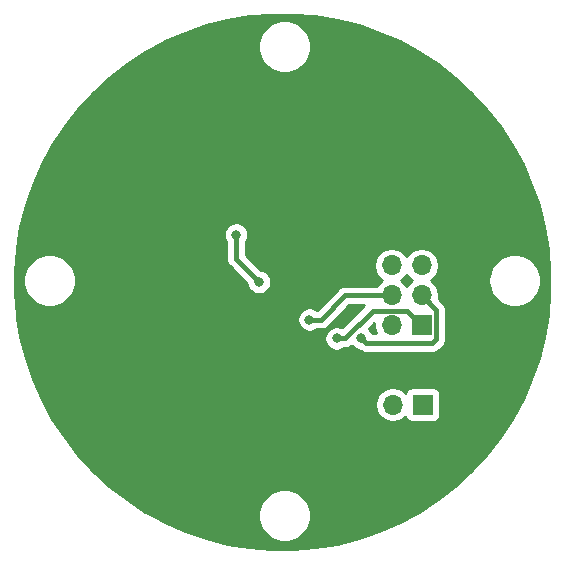
<source format=gbr>
G04 #@! TF.GenerationSoftware,KiCad,Pcbnew,(5.1.8-0-10_14)*
G04 #@! TF.CreationDate,2021-10-06T14:58:47+02:00*
G04 #@! TF.ProjectId,ATmega328P-Barebone,41546d65-6761-4333-9238-502d42617265,rev?*
G04 #@! TF.SameCoordinates,Original*
G04 #@! TF.FileFunction,Copper,L2,Bot*
G04 #@! TF.FilePolarity,Positive*
%FSLAX46Y46*%
G04 Gerber Fmt 4.6, Leading zero omitted, Abs format (unit mm)*
G04 Created by KiCad (PCBNEW (5.1.8-0-10_14)) date 2021-10-06 14:58:47*
%MOMM*%
%LPD*%
G01*
G04 APERTURE LIST*
G04 #@! TA.AperFunction,ComponentPad*
%ADD10O,1.700000X1.700000*%
G04 #@! TD*
G04 #@! TA.AperFunction,ComponentPad*
%ADD11R,1.700000X1.700000*%
G04 #@! TD*
G04 #@! TA.AperFunction,ViaPad*
%ADD12C,0.800000*%
G04 #@! TD*
G04 #@! TA.AperFunction,Conductor*
%ADD13C,0.400000*%
G04 #@! TD*
G04 #@! TA.AperFunction,NonConductor*
%ADD14C,0.254000*%
G04 #@! TD*
G04 #@! TA.AperFunction,NonConductor*
%ADD15C,0.100000*%
G04 #@! TD*
G04 APERTURE END LIST*
D10*
X165860000Y-70720000D03*
X168400000Y-70720000D03*
X165860000Y-73260000D03*
X168400000Y-73260000D03*
X165860000Y-75800000D03*
D11*
X168400000Y-75800000D03*
D10*
X165960000Y-82500000D03*
D11*
X168500000Y-82500000D03*
D12*
X152700000Y-68100000D03*
X154628910Y-72100010D03*
X158900000Y-75300000D03*
X163300000Y-76900000D03*
X161200000Y-76900000D03*
D13*
X152700000Y-70171100D02*
X154628910Y-72100010D01*
X152700000Y-68100000D02*
X152700000Y-70171100D01*
X161940000Y-73260000D02*
X165860000Y-73260000D01*
X159900000Y-75300000D02*
X161940000Y-73260000D01*
X158900000Y-75300000D02*
X159900000Y-75300000D01*
X169650001Y-74510001D02*
X168400000Y-73260000D01*
X169650001Y-76970001D02*
X169650001Y-74510001D01*
X169320003Y-77299999D02*
X169650001Y-76970001D01*
X163699999Y-77299999D02*
X169320003Y-77299999D01*
X163300000Y-76900000D02*
X163699999Y-77299999D01*
X167149999Y-74549999D02*
X168400000Y-75800000D01*
X164250001Y-74549999D02*
X167149999Y-74549999D01*
X161900000Y-76900000D02*
X164250001Y-74549999D01*
X161200000Y-76900000D02*
X161900000Y-76900000D01*
D14*
X159401357Y-49626197D02*
X161247660Y-49934291D01*
X163062216Y-50393799D01*
X164832628Y-51001582D01*
X166546803Y-51753489D01*
X168193031Y-52644383D01*
X169760067Y-53668179D01*
X171237207Y-54817883D01*
X172614359Y-56085641D01*
X173882117Y-57462793D01*
X175031821Y-58939933D01*
X176055617Y-60506969D01*
X176946511Y-62153197D01*
X177698418Y-63867372D01*
X178306201Y-65637784D01*
X178765709Y-67452340D01*
X179073803Y-69298643D01*
X179228377Y-71164083D01*
X179228377Y-73035917D01*
X179073803Y-74901357D01*
X178765709Y-76747660D01*
X178306201Y-78562216D01*
X177698418Y-80332628D01*
X176946511Y-82046803D01*
X176055617Y-83693031D01*
X175031821Y-85260067D01*
X173882117Y-86737207D01*
X172614359Y-88114359D01*
X171237207Y-89382117D01*
X169760067Y-90531821D01*
X168193031Y-91555617D01*
X166546803Y-92446511D01*
X164832628Y-93198418D01*
X163062216Y-93806201D01*
X161247660Y-94265709D01*
X159401357Y-94573803D01*
X157535917Y-94728377D01*
X155664083Y-94728377D01*
X153798643Y-94573803D01*
X151952340Y-94265709D01*
X150137784Y-93806201D01*
X148367372Y-93198418D01*
X146653197Y-92446511D01*
X145236573Y-91679872D01*
X154565000Y-91679872D01*
X154565000Y-92120128D01*
X154650890Y-92551925D01*
X154819369Y-92958669D01*
X155063962Y-93324729D01*
X155375271Y-93636038D01*
X155741331Y-93880631D01*
X156148075Y-94049110D01*
X156579872Y-94135000D01*
X157020128Y-94135000D01*
X157451925Y-94049110D01*
X157858669Y-93880631D01*
X158224729Y-93636038D01*
X158536038Y-93324729D01*
X158780631Y-92958669D01*
X158949110Y-92551925D01*
X159035000Y-92120128D01*
X159035000Y-91679872D01*
X158949110Y-91248075D01*
X158780631Y-90841331D01*
X158536038Y-90475271D01*
X158224729Y-90163962D01*
X157858669Y-89919369D01*
X157451925Y-89750890D01*
X157020128Y-89665000D01*
X156579872Y-89665000D01*
X156148075Y-89750890D01*
X155741331Y-89919369D01*
X155375271Y-90163962D01*
X155063962Y-90475271D01*
X154819369Y-90841331D01*
X154650890Y-91248075D01*
X154565000Y-91679872D01*
X145236573Y-91679872D01*
X145006969Y-91555617D01*
X143439933Y-90531821D01*
X141962793Y-89382117D01*
X140585641Y-88114359D01*
X139317883Y-86737207D01*
X138168179Y-85260067D01*
X137144383Y-83693031D01*
X136419595Y-82353740D01*
X164475000Y-82353740D01*
X164475000Y-82646260D01*
X164532068Y-82933158D01*
X164644010Y-83203411D01*
X164806525Y-83446632D01*
X165013368Y-83653475D01*
X165256589Y-83815990D01*
X165526842Y-83927932D01*
X165813740Y-83985000D01*
X166106260Y-83985000D01*
X166393158Y-83927932D01*
X166663411Y-83815990D01*
X166906632Y-83653475D01*
X167038487Y-83521620D01*
X167060498Y-83594180D01*
X167119463Y-83704494D01*
X167198815Y-83801185D01*
X167295506Y-83880537D01*
X167405820Y-83939502D01*
X167525518Y-83975812D01*
X167650000Y-83988072D01*
X169350000Y-83988072D01*
X169474482Y-83975812D01*
X169594180Y-83939502D01*
X169704494Y-83880537D01*
X169801185Y-83801185D01*
X169880537Y-83704494D01*
X169939502Y-83594180D01*
X169975812Y-83474482D01*
X169988072Y-83350000D01*
X169988072Y-81650000D01*
X169975812Y-81525518D01*
X169939502Y-81405820D01*
X169880537Y-81295506D01*
X169801185Y-81198815D01*
X169704494Y-81119463D01*
X169594180Y-81060498D01*
X169474482Y-81024188D01*
X169350000Y-81011928D01*
X167650000Y-81011928D01*
X167525518Y-81024188D01*
X167405820Y-81060498D01*
X167295506Y-81119463D01*
X167198815Y-81198815D01*
X167119463Y-81295506D01*
X167060498Y-81405820D01*
X167038487Y-81478380D01*
X166906632Y-81346525D01*
X166663411Y-81184010D01*
X166393158Y-81072068D01*
X166106260Y-81015000D01*
X165813740Y-81015000D01*
X165526842Y-81072068D01*
X165256589Y-81184010D01*
X165013368Y-81346525D01*
X164806525Y-81553368D01*
X164644010Y-81796589D01*
X164532068Y-82066842D01*
X164475000Y-82353740D01*
X136419595Y-82353740D01*
X136253489Y-82046803D01*
X135501582Y-80332628D01*
X134893799Y-78562216D01*
X134434291Y-76747660D01*
X134175709Y-75198061D01*
X157865000Y-75198061D01*
X157865000Y-75401939D01*
X157904774Y-75601898D01*
X157982795Y-75790256D01*
X158096063Y-75959774D01*
X158240226Y-76103937D01*
X158409744Y-76217205D01*
X158598102Y-76295226D01*
X158798061Y-76335000D01*
X159001939Y-76335000D01*
X159201898Y-76295226D01*
X159390256Y-76217205D01*
X159513285Y-76135000D01*
X159858982Y-76135000D01*
X159900000Y-76139040D01*
X159941018Y-76135000D01*
X159941019Y-76135000D01*
X160063689Y-76122918D01*
X160221087Y-76075172D01*
X160366146Y-75997636D01*
X160493291Y-75893291D01*
X160519446Y-75861421D01*
X162285869Y-74095000D01*
X163524132Y-74095000D01*
X161652130Y-75967003D01*
X161501898Y-75904774D01*
X161301939Y-75865000D01*
X161098061Y-75865000D01*
X160898102Y-75904774D01*
X160709744Y-75982795D01*
X160540226Y-76096063D01*
X160396063Y-76240226D01*
X160282795Y-76409744D01*
X160204774Y-76598102D01*
X160165000Y-76798061D01*
X160165000Y-77001939D01*
X160204774Y-77201898D01*
X160282795Y-77390256D01*
X160396063Y-77559774D01*
X160540226Y-77703937D01*
X160709744Y-77817205D01*
X160898102Y-77895226D01*
X161098061Y-77935000D01*
X161301939Y-77935000D01*
X161501898Y-77895226D01*
X161690256Y-77817205D01*
X161813285Y-77735000D01*
X161858982Y-77735000D01*
X161900000Y-77739040D01*
X161941018Y-77735000D01*
X161941019Y-77735000D01*
X162063689Y-77722918D01*
X162221087Y-77675172D01*
X162366146Y-77597636D01*
X162466391Y-77515367D01*
X162496063Y-77559774D01*
X162640226Y-77703937D01*
X162809744Y-77817205D01*
X162998102Y-77895226D01*
X163144566Y-77924359D01*
X163233853Y-77997635D01*
X163378912Y-78075171D01*
X163536310Y-78122917D01*
X163699998Y-78139039D01*
X163741017Y-78134999D01*
X169278985Y-78134999D01*
X169320003Y-78139039D01*
X169361021Y-78134999D01*
X169361022Y-78134999D01*
X169483692Y-78122917D01*
X169641090Y-78075171D01*
X169786149Y-77997635D01*
X169913294Y-77893290D01*
X169939448Y-77861421D01*
X170211428Y-77589442D01*
X170243292Y-77563292D01*
X170347637Y-77436147D01*
X170425173Y-77291088D01*
X170472919Y-77133690D01*
X170485001Y-77011020D01*
X170485001Y-77011019D01*
X170489041Y-76970001D01*
X170485001Y-76928983D01*
X170485001Y-74551008D01*
X170489040Y-74510000D01*
X170485001Y-74468992D01*
X170485001Y-74468982D01*
X170472919Y-74346312D01*
X170425173Y-74188914D01*
X170347637Y-74043855D01*
X170243292Y-73916710D01*
X170211427Y-73890559D01*
X169858807Y-73537939D01*
X169885000Y-73406260D01*
X169885000Y-73113740D01*
X169827932Y-72826842D01*
X169715990Y-72556589D01*
X169553475Y-72313368D01*
X169346632Y-72106525D01*
X169172240Y-71990000D01*
X169346632Y-71873475D01*
X169440235Y-71779872D01*
X174065000Y-71779872D01*
X174065000Y-72220128D01*
X174150890Y-72651925D01*
X174319369Y-73058669D01*
X174563962Y-73424729D01*
X174875271Y-73736038D01*
X175241331Y-73980631D01*
X175648075Y-74149110D01*
X176079872Y-74235000D01*
X176520128Y-74235000D01*
X176951925Y-74149110D01*
X177358669Y-73980631D01*
X177724729Y-73736038D01*
X178036038Y-73424729D01*
X178280631Y-73058669D01*
X178449110Y-72651925D01*
X178535000Y-72220128D01*
X178535000Y-71779872D01*
X178449110Y-71348075D01*
X178280631Y-70941331D01*
X178036038Y-70575271D01*
X177724729Y-70263962D01*
X177358669Y-70019369D01*
X176951925Y-69850890D01*
X176520128Y-69765000D01*
X176079872Y-69765000D01*
X175648075Y-69850890D01*
X175241331Y-70019369D01*
X174875271Y-70263962D01*
X174563962Y-70575271D01*
X174319369Y-70941331D01*
X174150890Y-71348075D01*
X174065000Y-71779872D01*
X169440235Y-71779872D01*
X169553475Y-71666632D01*
X169715990Y-71423411D01*
X169827932Y-71153158D01*
X169885000Y-70866260D01*
X169885000Y-70573740D01*
X169827932Y-70286842D01*
X169715990Y-70016589D01*
X169553475Y-69773368D01*
X169346632Y-69566525D01*
X169103411Y-69404010D01*
X168833158Y-69292068D01*
X168546260Y-69235000D01*
X168253740Y-69235000D01*
X167966842Y-69292068D01*
X167696589Y-69404010D01*
X167453368Y-69566525D01*
X167246525Y-69773368D01*
X167130000Y-69947760D01*
X167013475Y-69773368D01*
X166806632Y-69566525D01*
X166563411Y-69404010D01*
X166293158Y-69292068D01*
X166006260Y-69235000D01*
X165713740Y-69235000D01*
X165426842Y-69292068D01*
X165156589Y-69404010D01*
X164913368Y-69566525D01*
X164706525Y-69773368D01*
X164544010Y-70016589D01*
X164432068Y-70286842D01*
X164375000Y-70573740D01*
X164375000Y-70866260D01*
X164432068Y-71153158D01*
X164544010Y-71423411D01*
X164706525Y-71666632D01*
X164913368Y-71873475D01*
X165087760Y-71990000D01*
X164913368Y-72106525D01*
X164706525Y-72313368D01*
X164631935Y-72425000D01*
X161981018Y-72425000D01*
X161940000Y-72420960D01*
X161898982Y-72425000D01*
X161898981Y-72425000D01*
X161776311Y-72437082D01*
X161618913Y-72484828D01*
X161473854Y-72562364D01*
X161346709Y-72666709D01*
X161320563Y-72698568D01*
X159554133Y-74465000D01*
X159513285Y-74465000D01*
X159390256Y-74382795D01*
X159201898Y-74304774D01*
X159001939Y-74265000D01*
X158798061Y-74265000D01*
X158598102Y-74304774D01*
X158409744Y-74382795D01*
X158240226Y-74496063D01*
X158096063Y-74640226D01*
X157982795Y-74809744D01*
X157904774Y-74998102D01*
X157865000Y-75198061D01*
X134175709Y-75198061D01*
X134126197Y-74901357D01*
X133971623Y-73035917D01*
X133971623Y-71779872D01*
X134665000Y-71779872D01*
X134665000Y-72220128D01*
X134750890Y-72651925D01*
X134919369Y-73058669D01*
X135163962Y-73424729D01*
X135475271Y-73736038D01*
X135841331Y-73980631D01*
X136248075Y-74149110D01*
X136679872Y-74235000D01*
X137120128Y-74235000D01*
X137551925Y-74149110D01*
X137958669Y-73980631D01*
X138324729Y-73736038D01*
X138636038Y-73424729D01*
X138880631Y-73058669D01*
X139049110Y-72651925D01*
X139135000Y-72220128D01*
X139135000Y-71779872D01*
X139049110Y-71348075D01*
X138880631Y-70941331D01*
X138636038Y-70575271D01*
X138324729Y-70263962D01*
X137958669Y-70019369D01*
X137551925Y-69850890D01*
X137120128Y-69765000D01*
X136679872Y-69765000D01*
X136248075Y-69850890D01*
X135841331Y-70019369D01*
X135475271Y-70263962D01*
X135163962Y-70575271D01*
X134919369Y-70941331D01*
X134750890Y-71348075D01*
X134665000Y-71779872D01*
X133971623Y-71779872D01*
X133971623Y-71164083D01*
X134126197Y-69298643D01*
X134343226Y-67998061D01*
X151665000Y-67998061D01*
X151665000Y-68201939D01*
X151704774Y-68401898D01*
X151782795Y-68590256D01*
X151865000Y-68713285D01*
X151865001Y-70130072D01*
X151860960Y-70171100D01*
X151877082Y-70334788D01*
X151924828Y-70492186D01*
X152002364Y-70637245D01*
X152002365Y-70637246D01*
X152106710Y-70764391D01*
X152138574Y-70790541D01*
X153604818Y-72256786D01*
X153633684Y-72401908D01*
X153711705Y-72590266D01*
X153824973Y-72759784D01*
X153969136Y-72903947D01*
X154138654Y-73017215D01*
X154327012Y-73095236D01*
X154526971Y-73135010D01*
X154730849Y-73135010D01*
X154930808Y-73095236D01*
X155119166Y-73017215D01*
X155288684Y-72903947D01*
X155432847Y-72759784D01*
X155546115Y-72590266D01*
X155624136Y-72401908D01*
X155663910Y-72201949D01*
X155663910Y-71998071D01*
X155624136Y-71798112D01*
X155546115Y-71609754D01*
X155432847Y-71440236D01*
X155288684Y-71296073D01*
X155119166Y-71182805D01*
X154930808Y-71104784D01*
X154785686Y-71075918D01*
X153535000Y-69825233D01*
X153535000Y-68713285D01*
X153617205Y-68590256D01*
X153695226Y-68401898D01*
X153735000Y-68201939D01*
X153735000Y-67998061D01*
X153695226Y-67798102D01*
X153617205Y-67609744D01*
X153503937Y-67440226D01*
X153359774Y-67296063D01*
X153190256Y-67182795D01*
X153001898Y-67104774D01*
X152801939Y-67065000D01*
X152598061Y-67065000D01*
X152398102Y-67104774D01*
X152209744Y-67182795D01*
X152040226Y-67296063D01*
X151896063Y-67440226D01*
X151782795Y-67609744D01*
X151704774Y-67798102D01*
X151665000Y-67998061D01*
X134343226Y-67998061D01*
X134434291Y-67452340D01*
X134893799Y-65637784D01*
X135501582Y-63867372D01*
X136253489Y-62153197D01*
X137144383Y-60506969D01*
X138168179Y-58939933D01*
X139317883Y-57462793D01*
X140585641Y-56085641D01*
X141962793Y-54817883D01*
X143439933Y-53668179D01*
X145006969Y-52644383D01*
X146234877Y-51979872D01*
X154565000Y-51979872D01*
X154565000Y-52420128D01*
X154650890Y-52851925D01*
X154819369Y-53258669D01*
X155063962Y-53624729D01*
X155375271Y-53936038D01*
X155741331Y-54180631D01*
X156148075Y-54349110D01*
X156579872Y-54435000D01*
X157020128Y-54435000D01*
X157451925Y-54349110D01*
X157858669Y-54180631D01*
X158224729Y-53936038D01*
X158536038Y-53624729D01*
X158780631Y-53258669D01*
X158949110Y-52851925D01*
X159035000Y-52420128D01*
X159035000Y-51979872D01*
X158949110Y-51548075D01*
X158780631Y-51141331D01*
X158536038Y-50775271D01*
X158224729Y-50463962D01*
X157858669Y-50219369D01*
X157451925Y-50050890D01*
X157020128Y-49965000D01*
X156579872Y-49965000D01*
X156148075Y-50050890D01*
X155741331Y-50219369D01*
X155375271Y-50463962D01*
X155063962Y-50775271D01*
X154819369Y-51141331D01*
X154650890Y-51548075D01*
X154565000Y-51979872D01*
X146234877Y-51979872D01*
X146653197Y-51753489D01*
X148367372Y-51001582D01*
X150137784Y-50393799D01*
X151952340Y-49934291D01*
X153798643Y-49626197D01*
X155664083Y-49471623D01*
X157535917Y-49471623D01*
X159401357Y-49626197D01*
G04 #@! TA.AperFunction,NonConductor*
D15*
G36*
X159401357Y-49626197D02*
G01*
X161247660Y-49934291D01*
X163062216Y-50393799D01*
X164832628Y-51001582D01*
X166546803Y-51753489D01*
X168193031Y-52644383D01*
X169760067Y-53668179D01*
X171237207Y-54817883D01*
X172614359Y-56085641D01*
X173882117Y-57462793D01*
X175031821Y-58939933D01*
X176055617Y-60506969D01*
X176946511Y-62153197D01*
X177698418Y-63867372D01*
X178306201Y-65637784D01*
X178765709Y-67452340D01*
X179073803Y-69298643D01*
X179228377Y-71164083D01*
X179228377Y-73035917D01*
X179073803Y-74901357D01*
X178765709Y-76747660D01*
X178306201Y-78562216D01*
X177698418Y-80332628D01*
X176946511Y-82046803D01*
X176055617Y-83693031D01*
X175031821Y-85260067D01*
X173882117Y-86737207D01*
X172614359Y-88114359D01*
X171237207Y-89382117D01*
X169760067Y-90531821D01*
X168193031Y-91555617D01*
X166546803Y-92446511D01*
X164832628Y-93198418D01*
X163062216Y-93806201D01*
X161247660Y-94265709D01*
X159401357Y-94573803D01*
X157535917Y-94728377D01*
X155664083Y-94728377D01*
X153798643Y-94573803D01*
X151952340Y-94265709D01*
X150137784Y-93806201D01*
X148367372Y-93198418D01*
X146653197Y-92446511D01*
X145236573Y-91679872D01*
X154565000Y-91679872D01*
X154565000Y-92120128D01*
X154650890Y-92551925D01*
X154819369Y-92958669D01*
X155063962Y-93324729D01*
X155375271Y-93636038D01*
X155741331Y-93880631D01*
X156148075Y-94049110D01*
X156579872Y-94135000D01*
X157020128Y-94135000D01*
X157451925Y-94049110D01*
X157858669Y-93880631D01*
X158224729Y-93636038D01*
X158536038Y-93324729D01*
X158780631Y-92958669D01*
X158949110Y-92551925D01*
X159035000Y-92120128D01*
X159035000Y-91679872D01*
X158949110Y-91248075D01*
X158780631Y-90841331D01*
X158536038Y-90475271D01*
X158224729Y-90163962D01*
X157858669Y-89919369D01*
X157451925Y-89750890D01*
X157020128Y-89665000D01*
X156579872Y-89665000D01*
X156148075Y-89750890D01*
X155741331Y-89919369D01*
X155375271Y-90163962D01*
X155063962Y-90475271D01*
X154819369Y-90841331D01*
X154650890Y-91248075D01*
X154565000Y-91679872D01*
X145236573Y-91679872D01*
X145006969Y-91555617D01*
X143439933Y-90531821D01*
X141962793Y-89382117D01*
X140585641Y-88114359D01*
X139317883Y-86737207D01*
X138168179Y-85260067D01*
X137144383Y-83693031D01*
X136419595Y-82353740D01*
X164475000Y-82353740D01*
X164475000Y-82646260D01*
X164532068Y-82933158D01*
X164644010Y-83203411D01*
X164806525Y-83446632D01*
X165013368Y-83653475D01*
X165256589Y-83815990D01*
X165526842Y-83927932D01*
X165813740Y-83985000D01*
X166106260Y-83985000D01*
X166393158Y-83927932D01*
X166663411Y-83815990D01*
X166906632Y-83653475D01*
X167038487Y-83521620D01*
X167060498Y-83594180D01*
X167119463Y-83704494D01*
X167198815Y-83801185D01*
X167295506Y-83880537D01*
X167405820Y-83939502D01*
X167525518Y-83975812D01*
X167650000Y-83988072D01*
X169350000Y-83988072D01*
X169474482Y-83975812D01*
X169594180Y-83939502D01*
X169704494Y-83880537D01*
X169801185Y-83801185D01*
X169880537Y-83704494D01*
X169939502Y-83594180D01*
X169975812Y-83474482D01*
X169988072Y-83350000D01*
X169988072Y-81650000D01*
X169975812Y-81525518D01*
X169939502Y-81405820D01*
X169880537Y-81295506D01*
X169801185Y-81198815D01*
X169704494Y-81119463D01*
X169594180Y-81060498D01*
X169474482Y-81024188D01*
X169350000Y-81011928D01*
X167650000Y-81011928D01*
X167525518Y-81024188D01*
X167405820Y-81060498D01*
X167295506Y-81119463D01*
X167198815Y-81198815D01*
X167119463Y-81295506D01*
X167060498Y-81405820D01*
X167038487Y-81478380D01*
X166906632Y-81346525D01*
X166663411Y-81184010D01*
X166393158Y-81072068D01*
X166106260Y-81015000D01*
X165813740Y-81015000D01*
X165526842Y-81072068D01*
X165256589Y-81184010D01*
X165013368Y-81346525D01*
X164806525Y-81553368D01*
X164644010Y-81796589D01*
X164532068Y-82066842D01*
X164475000Y-82353740D01*
X136419595Y-82353740D01*
X136253489Y-82046803D01*
X135501582Y-80332628D01*
X134893799Y-78562216D01*
X134434291Y-76747660D01*
X134175709Y-75198061D01*
X157865000Y-75198061D01*
X157865000Y-75401939D01*
X157904774Y-75601898D01*
X157982795Y-75790256D01*
X158096063Y-75959774D01*
X158240226Y-76103937D01*
X158409744Y-76217205D01*
X158598102Y-76295226D01*
X158798061Y-76335000D01*
X159001939Y-76335000D01*
X159201898Y-76295226D01*
X159390256Y-76217205D01*
X159513285Y-76135000D01*
X159858982Y-76135000D01*
X159900000Y-76139040D01*
X159941018Y-76135000D01*
X159941019Y-76135000D01*
X160063689Y-76122918D01*
X160221087Y-76075172D01*
X160366146Y-75997636D01*
X160493291Y-75893291D01*
X160519446Y-75861421D01*
X162285869Y-74095000D01*
X163524132Y-74095000D01*
X161652130Y-75967003D01*
X161501898Y-75904774D01*
X161301939Y-75865000D01*
X161098061Y-75865000D01*
X160898102Y-75904774D01*
X160709744Y-75982795D01*
X160540226Y-76096063D01*
X160396063Y-76240226D01*
X160282795Y-76409744D01*
X160204774Y-76598102D01*
X160165000Y-76798061D01*
X160165000Y-77001939D01*
X160204774Y-77201898D01*
X160282795Y-77390256D01*
X160396063Y-77559774D01*
X160540226Y-77703937D01*
X160709744Y-77817205D01*
X160898102Y-77895226D01*
X161098061Y-77935000D01*
X161301939Y-77935000D01*
X161501898Y-77895226D01*
X161690256Y-77817205D01*
X161813285Y-77735000D01*
X161858982Y-77735000D01*
X161900000Y-77739040D01*
X161941018Y-77735000D01*
X161941019Y-77735000D01*
X162063689Y-77722918D01*
X162221087Y-77675172D01*
X162366146Y-77597636D01*
X162466391Y-77515367D01*
X162496063Y-77559774D01*
X162640226Y-77703937D01*
X162809744Y-77817205D01*
X162998102Y-77895226D01*
X163144566Y-77924359D01*
X163233853Y-77997635D01*
X163378912Y-78075171D01*
X163536310Y-78122917D01*
X163699998Y-78139039D01*
X163741017Y-78134999D01*
X169278985Y-78134999D01*
X169320003Y-78139039D01*
X169361021Y-78134999D01*
X169361022Y-78134999D01*
X169483692Y-78122917D01*
X169641090Y-78075171D01*
X169786149Y-77997635D01*
X169913294Y-77893290D01*
X169939448Y-77861421D01*
X170211428Y-77589442D01*
X170243292Y-77563292D01*
X170347637Y-77436147D01*
X170425173Y-77291088D01*
X170472919Y-77133690D01*
X170485001Y-77011020D01*
X170485001Y-77011019D01*
X170489041Y-76970001D01*
X170485001Y-76928983D01*
X170485001Y-74551008D01*
X170489040Y-74510000D01*
X170485001Y-74468992D01*
X170485001Y-74468982D01*
X170472919Y-74346312D01*
X170425173Y-74188914D01*
X170347637Y-74043855D01*
X170243292Y-73916710D01*
X170211427Y-73890559D01*
X169858807Y-73537939D01*
X169885000Y-73406260D01*
X169885000Y-73113740D01*
X169827932Y-72826842D01*
X169715990Y-72556589D01*
X169553475Y-72313368D01*
X169346632Y-72106525D01*
X169172240Y-71990000D01*
X169346632Y-71873475D01*
X169440235Y-71779872D01*
X174065000Y-71779872D01*
X174065000Y-72220128D01*
X174150890Y-72651925D01*
X174319369Y-73058669D01*
X174563962Y-73424729D01*
X174875271Y-73736038D01*
X175241331Y-73980631D01*
X175648075Y-74149110D01*
X176079872Y-74235000D01*
X176520128Y-74235000D01*
X176951925Y-74149110D01*
X177358669Y-73980631D01*
X177724729Y-73736038D01*
X178036038Y-73424729D01*
X178280631Y-73058669D01*
X178449110Y-72651925D01*
X178535000Y-72220128D01*
X178535000Y-71779872D01*
X178449110Y-71348075D01*
X178280631Y-70941331D01*
X178036038Y-70575271D01*
X177724729Y-70263962D01*
X177358669Y-70019369D01*
X176951925Y-69850890D01*
X176520128Y-69765000D01*
X176079872Y-69765000D01*
X175648075Y-69850890D01*
X175241331Y-70019369D01*
X174875271Y-70263962D01*
X174563962Y-70575271D01*
X174319369Y-70941331D01*
X174150890Y-71348075D01*
X174065000Y-71779872D01*
X169440235Y-71779872D01*
X169553475Y-71666632D01*
X169715990Y-71423411D01*
X169827932Y-71153158D01*
X169885000Y-70866260D01*
X169885000Y-70573740D01*
X169827932Y-70286842D01*
X169715990Y-70016589D01*
X169553475Y-69773368D01*
X169346632Y-69566525D01*
X169103411Y-69404010D01*
X168833158Y-69292068D01*
X168546260Y-69235000D01*
X168253740Y-69235000D01*
X167966842Y-69292068D01*
X167696589Y-69404010D01*
X167453368Y-69566525D01*
X167246525Y-69773368D01*
X167130000Y-69947760D01*
X167013475Y-69773368D01*
X166806632Y-69566525D01*
X166563411Y-69404010D01*
X166293158Y-69292068D01*
X166006260Y-69235000D01*
X165713740Y-69235000D01*
X165426842Y-69292068D01*
X165156589Y-69404010D01*
X164913368Y-69566525D01*
X164706525Y-69773368D01*
X164544010Y-70016589D01*
X164432068Y-70286842D01*
X164375000Y-70573740D01*
X164375000Y-70866260D01*
X164432068Y-71153158D01*
X164544010Y-71423411D01*
X164706525Y-71666632D01*
X164913368Y-71873475D01*
X165087760Y-71990000D01*
X164913368Y-72106525D01*
X164706525Y-72313368D01*
X164631935Y-72425000D01*
X161981018Y-72425000D01*
X161940000Y-72420960D01*
X161898982Y-72425000D01*
X161898981Y-72425000D01*
X161776311Y-72437082D01*
X161618913Y-72484828D01*
X161473854Y-72562364D01*
X161346709Y-72666709D01*
X161320563Y-72698568D01*
X159554133Y-74465000D01*
X159513285Y-74465000D01*
X159390256Y-74382795D01*
X159201898Y-74304774D01*
X159001939Y-74265000D01*
X158798061Y-74265000D01*
X158598102Y-74304774D01*
X158409744Y-74382795D01*
X158240226Y-74496063D01*
X158096063Y-74640226D01*
X157982795Y-74809744D01*
X157904774Y-74998102D01*
X157865000Y-75198061D01*
X134175709Y-75198061D01*
X134126197Y-74901357D01*
X133971623Y-73035917D01*
X133971623Y-71779872D01*
X134665000Y-71779872D01*
X134665000Y-72220128D01*
X134750890Y-72651925D01*
X134919369Y-73058669D01*
X135163962Y-73424729D01*
X135475271Y-73736038D01*
X135841331Y-73980631D01*
X136248075Y-74149110D01*
X136679872Y-74235000D01*
X137120128Y-74235000D01*
X137551925Y-74149110D01*
X137958669Y-73980631D01*
X138324729Y-73736038D01*
X138636038Y-73424729D01*
X138880631Y-73058669D01*
X139049110Y-72651925D01*
X139135000Y-72220128D01*
X139135000Y-71779872D01*
X139049110Y-71348075D01*
X138880631Y-70941331D01*
X138636038Y-70575271D01*
X138324729Y-70263962D01*
X137958669Y-70019369D01*
X137551925Y-69850890D01*
X137120128Y-69765000D01*
X136679872Y-69765000D01*
X136248075Y-69850890D01*
X135841331Y-70019369D01*
X135475271Y-70263962D01*
X135163962Y-70575271D01*
X134919369Y-70941331D01*
X134750890Y-71348075D01*
X134665000Y-71779872D01*
X133971623Y-71779872D01*
X133971623Y-71164083D01*
X134126197Y-69298643D01*
X134343226Y-67998061D01*
X151665000Y-67998061D01*
X151665000Y-68201939D01*
X151704774Y-68401898D01*
X151782795Y-68590256D01*
X151865000Y-68713285D01*
X151865001Y-70130072D01*
X151860960Y-70171100D01*
X151877082Y-70334788D01*
X151924828Y-70492186D01*
X152002364Y-70637245D01*
X152002365Y-70637246D01*
X152106710Y-70764391D01*
X152138574Y-70790541D01*
X153604818Y-72256786D01*
X153633684Y-72401908D01*
X153711705Y-72590266D01*
X153824973Y-72759784D01*
X153969136Y-72903947D01*
X154138654Y-73017215D01*
X154327012Y-73095236D01*
X154526971Y-73135010D01*
X154730849Y-73135010D01*
X154930808Y-73095236D01*
X155119166Y-73017215D01*
X155288684Y-72903947D01*
X155432847Y-72759784D01*
X155546115Y-72590266D01*
X155624136Y-72401908D01*
X155663910Y-72201949D01*
X155663910Y-71998071D01*
X155624136Y-71798112D01*
X155546115Y-71609754D01*
X155432847Y-71440236D01*
X155288684Y-71296073D01*
X155119166Y-71182805D01*
X154930808Y-71104784D01*
X154785686Y-71075918D01*
X153535000Y-69825233D01*
X153535000Y-68713285D01*
X153617205Y-68590256D01*
X153695226Y-68401898D01*
X153735000Y-68201939D01*
X153735000Y-67998061D01*
X153695226Y-67798102D01*
X153617205Y-67609744D01*
X153503937Y-67440226D01*
X153359774Y-67296063D01*
X153190256Y-67182795D01*
X153001898Y-67104774D01*
X152801939Y-67065000D01*
X152598061Y-67065000D01*
X152398102Y-67104774D01*
X152209744Y-67182795D01*
X152040226Y-67296063D01*
X151896063Y-67440226D01*
X151782795Y-67609744D01*
X151704774Y-67798102D01*
X151665000Y-67998061D01*
X134343226Y-67998061D01*
X134434291Y-67452340D01*
X134893799Y-65637784D01*
X135501582Y-63867372D01*
X136253489Y-62153197D01*
X137144383Y-60506969D01*
X138168179Y-58939933D01*
X139317883Y-57462793D01*
X140585641Y-56085641D01*
X141962793Y-54817883D01*
X143439933Y-53668179D01*
X145006969Y-52644383D01*
X146234877Y-51979872D01*
X154565000Y-51979872D01*
X154565000Y-52420128D01*
X154650890Y-52851925D01*
X154819369Y-53258669D01*
X155063962Y-53624729D01*
X155375271Y-53936038D01*
X155741331Y-54180631D01*
X156148075Y-54349110D01*
X156579872Y-54435000D01*
X157020128Y-54435000D01*
X157451925Y-54349110D01*
X157858669Y-54180631D01*
X158224729Y-53936038D01*
X158536038Y-53624729D01*
X158780631Y-53258669D01*
X158949110Y-52851925D01*
X159035000Y-52420128D01*
X159035000Y-51979872D01*
X158949110Y-51548075D01*
X158780631Y-51141331D01*
X158536038Y-50775271D01*
X158224729Y-50463962D01*
X157858669Y-50219369D01*
X157451925Y-50050890D01*
X157020128Y-49965000D01*
X156579872Y-49965000D01*
X156148075Y-50050890D01*
X155741331Y-50219369D01*
X155375271Y-50463962D01*
X155063962Y-50775271D01*
X154819369Y-51141331D01*
X154650890Y-51548075D01*
X154565000Y-51979872D01*
X146234877Y-51979872D01*
X146653197Y-51753489D01*
X148367372Y-51001582D01*
X150137784Y-50393799D01*
X151952340Y-49934291D01*
X153798643Y-49626197D01*
X155664083Y-49471623D01*
X157535917Y-49471623D01*
X159401357Y-49626197D01*
G37*
G04 #@! TD.AperFunction*
D14*
X164375000Y-75653740D02*
X164375000Y-75946260D01*
X164432068Y-76233158D01*
X164528099Y-76464999D01*
X164240093Y-76464999D01*
X164217205Y-76409744D01*
X164103937Y-76240226D01*
X163959774Y-76096063D01*
X163914833Y-76066035D01*
X164386887Y-75593981D01*
X164375000Y-75653740D01*
G04 #@! TA.AperFunction,NonConductor*
D15*
G36*
X164375000Y-75653740D02*
G01*
X164375000Y-75946260D01*
X164432068Y-76233158D01*
X164528099Y-76464999D01*
X164240093Y-76464999D01*
X164217205Y-76409744D01*
X164103937Y-76240226D01*
X163959774Y-76096063D01*
X163914833Y-76066035D01*
X164386887Y-75593981D01*
X164375000Y-75653740D01*
G37*
G04 #@! TD.AperFunction*
D14*
X167246525Y-71666632D02*
X167453368Y-71873475D01*
X167627760Y-71990000D01*
X167453368Y-72106525D01*
X167246525Y-72313368D01*
X167130000Y-72487760D01*
X167013475Y-72313368D01*
X166806632Y-72106525D01*
X166632240Y-71990000D01*
X166806632Y-71873475D01*
X167013475Y-71666632D01*
X167130000Y-71492240D01*
X167246525Y-71666632D01*
G04 #@! TA.AperFunction,NonConductor*
D15*
G36*
X167246525Y-71666632D02*
G01*
X167453368Y-71873475D01*
X167627760Y-71990000D01*
X167453368Y-72106525D01*
X167246525Y-72313368D01*
X167130000Y-72487760D01*
X167013475Y-72313368D01*
X166806632Y-72106525D01*
X166632240Y-71990000D01*
X166806632Y-71873475D01*
X167013475Y-71666632D01*
X167130000Y-71492240D01*
X167246525Y-71666632D01*
G37*
G04 #@! TD.AperFunction*
M02*

</source>
